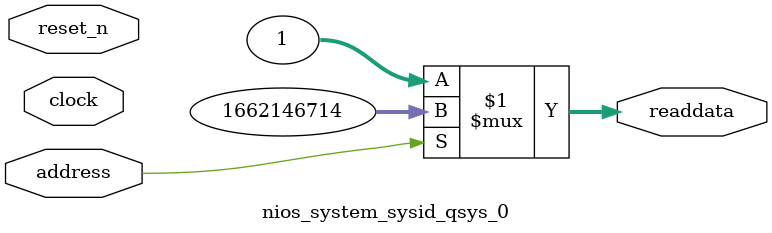
<source format=v>



// synthesis translate_off
`timescale 1ns / 1ps
// synthesis translate_on

// turn off superfluous verilog processor warnings 
// altera message_level Level1 
// altera message_off 10034 10035 10036 10037 10230 10240 10030 

module nios_system_sysid_qsys_0 (
               // inputs:
                address,
                clock,
                reset_n,

               // outputs:
                readdata
             )
;

  output  [ 31: 0] readdata;
  input            address;
  input            clock;
  input            reset_n;

  wire    [ 31: 0] readdata;
  //control_slave, which is an e_avalon_slave
  assign readdata = address ? 1662146714 : 1;

endmodule



</source>
